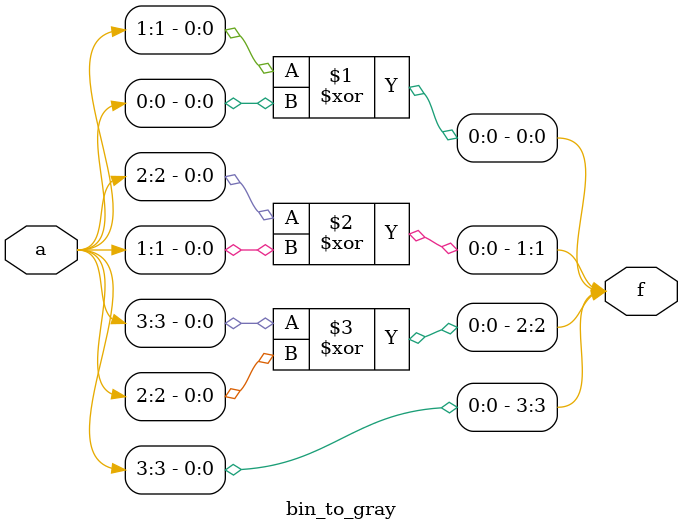
<source format=v>
module bin_to_gray(
    input [3:0]a,
    output [3:0]f
    );
    assign f[0]=(a[1]^a[0]);
    assign f[1]=(a[2]^a[1]);
    assign f[2]=(a[3]^a[2]);
    assign f[3]=a[3];
endmodule

</source>
